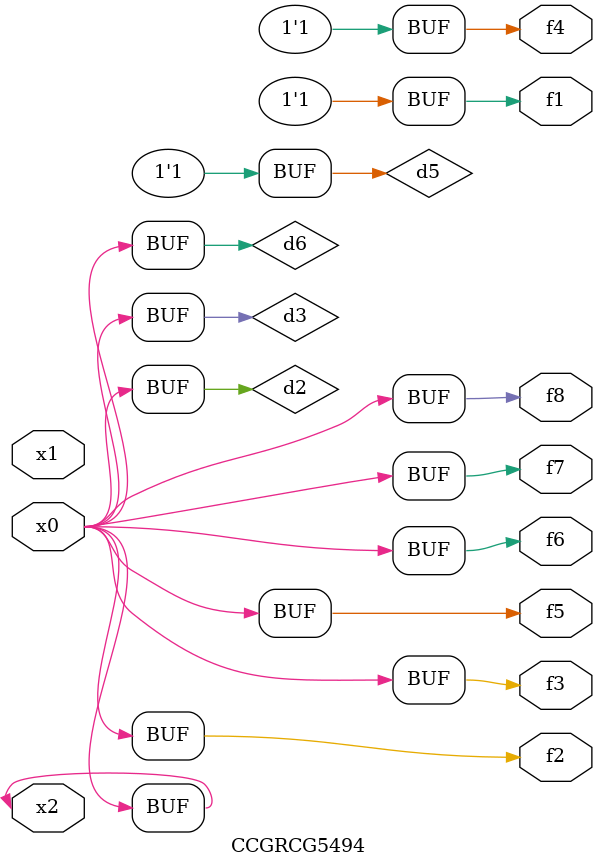
<source format=v>
module CCGRCG5494(
	input x0, x1, x2,
	output f1, f2, f3, f4, f5, f6, f7, f8
);

	wire d1, d2, d3, d4, d5, d6;

	xnor (d1, x2);
	buf (d2, x0, x2);
	and (d3, x0);
	xnor (d4, x1, x2);
	nand (d5, d1, d3);
	buf (d6, d2, d3);
	assign f1 = d5;
	assign f2 = d6;
	assign f3 = d6;
	assign f4 = d5;
	assign f5 = d6;
	assign f6 = d6;
	assign f7 = d6;
	assign f8 = d6;
endmodule

</source>
